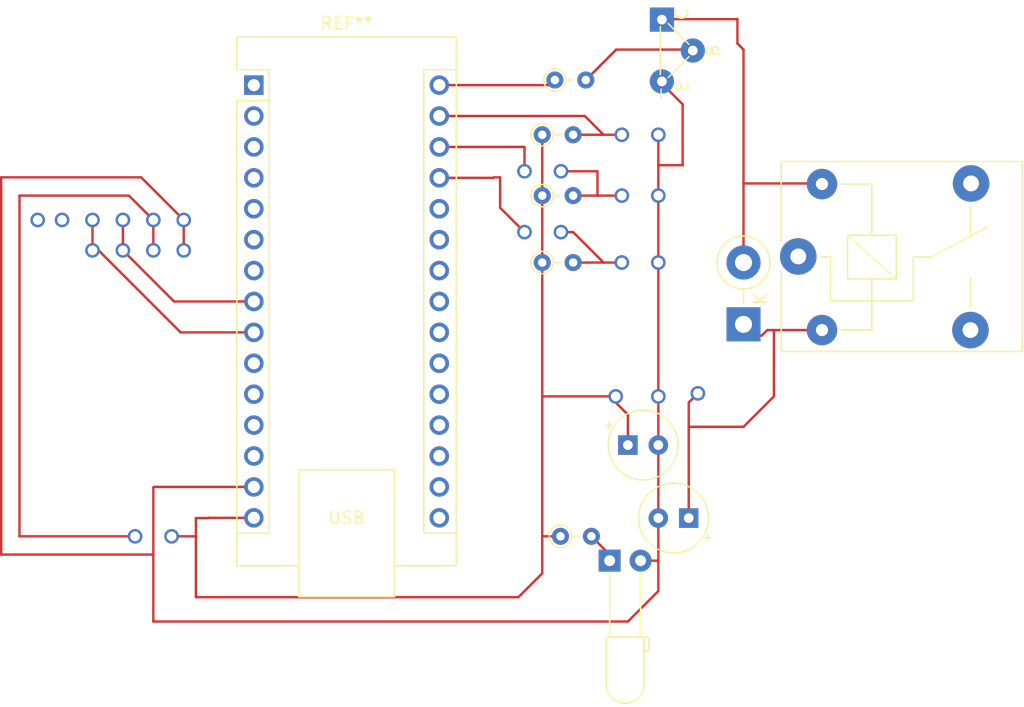
<source format=kicad_pcb>
(kicad_pcb (version 20240108) (generator "pcbnew") (generator_version "8.0")
  (layers (0 "F.Cu" signal) (31 "B.Cu" signal) (34 "B.Paste" user) (35 "F.Paste" user) (36 "B.SilkS" user "B.Silkscreen") (37 "F.SilkS" user "F.Silkscreen") (38 "B.Mask" user) (39 "F.Mask" user) (44 "Edge.Cuts" user))
  (net 0 "")
  (footprint "Resistor_THT:R_Axial_DIN0204_L3.6mm_D1.6mm_P2.54mm_Vertical" (layer "F.Cu") (at 170.46 105)
    (property "Reference" "R" (hide yes))
    (property "Value" "R1")
    (fp_line (start 0.92 0) (end 1.54 0) (stroke (width 0.12)) (layer "F.SilkS"))
    (fp_circle (center 0 0) (end 0.92 0) (stroke (width 0.12)) (fill none) (layer "F.SilkS"))
    (pad "1" thru_hole circle (at 0 0) (size 1.4 1.4) (drill 0.7) (layers "*.Cu" "*.Mask"))
    (pad "2" thru_hole oval (at 2.54 0) (size 1.4 1.4) (drill 0.7) (layers "*.Cu" "*.Mask"))
  )
  (footprint "Diode_THT:D_5W_P5.08mm_Vertical_KathodeUp" (layer "F.Cu") (at 185.5 87.58 90)
    (property "Reference" "REF**" (hide yes))
    (property "Value" "D_5W_P5.08mm_Vertical_KathodeUp" (hide yes))
    (fp_line (start 2.905101 0) (end 1.7 0) (stroke (width 0.12)) (layer "F.SilkS"))
    (fp_circle (center 5.08 0) (end 7.254899 0) (stroke (width 0.12)) (fill none) (layer "F.SilkS"))
    (fp_text user "K" (at 2.1 1.4 270) (layer "F.SilkS"))
    (pad "1" thru_hole rect (at 0 0 90) (size 2.8 2.8) (drill 1.4) (layers "*.Cu" "*.Mask"))
    (pad "2" thru_hole oval (at 5.08 0 90) (size 2.8 2.8) (drill 1.4) (layers "*.Cu" "*.Mask"))
  )
  (footprint "Capacitor_THT:CP_Radial_Tantal_D5.5mm_P2.50mm" (layer "F.Cu") (at 181 103.5 180)
    (property "Reference" "REF**" (hide yes))
    (property "Value" "CP_Radial_Tantal_D5.5mm_P2.50mm" (hide yes))
    (fp_line (start -1.547262 -1.89) (end -1.547262 -1.34) (stroke (width 0.12)) (layer "F.SilkS"))
    (fp_line (start -1.822262 -1.615) (end -1.272262 -1.615) (stroke (width 0.12)) (layer "F.SilkS"))
    (fp_circle (center 1.25 0) (end 4.12 0) (stroke (width 0.12)) (fill none) (layer "F.SilkS"))
    (pad "1" thru_hole rect (at 0 0 180) (size 1.6 1.6) (drill 0.8) (layers "*.Cu" "*.Mask"))
    (pad "2" thru_hole circle (at 2.5 0 180) (size 1.6 1.6) (drill 0.8) (layers "*.Cu" "*.Mask"))
  )
  (footprint "Relay_THT:Relay_SPDT_SANYOU_SRD_Series_Form_C" (layer "F.Cu") (at 190 82)
    (property "Reference" "REF**" (hide yes))
    (property "Value" "Relay_SPDT_SANYOU_SRD_Series_Form_C" (hide yes))
    (fp_line (start -1.4 -7.8) (end -1.4 -1.2) (stroke (width 0.12)) (layer "F.SilkS"))
    (fp_line (start -1.4 -7.8) (end 18.4 -7.8) (stroke (width 0.12)) (layer "F.SilkS"))
    (fp_line (start -1.4 1.2) (end -1.4 7.8) (stroke (width 0.12)) (layer "F.SilkS"))
    (fp_line (start 2.65 0.05) (end 1.85 0.05) (stroke (width 0.12)) (layer "F.SilkS"))
    (fp_line (start 2.65 0.05) (end 2.65 3.65) (stroke (width 0.12)) (layer "F.SilkS"))
    (fp_line (start 3.55 6.05) (end 6.05 6.05) (stroke (width 0.12)) (layer "F.SilkS"))
    (fp_line (start 4.05 -1.75) (end 8.05 -1.75) (stroke (width 0.12)) (layer "F.SilkS"))
    (fp_line (start 4.05 1.85) (end 4.05 -1.75) (stroke (width 0.12)) (layer "F.SilkS"))
    (fp_line (start 6.05 -5.95) (end 3.55 -5.95) (stroke (width 0.12)) (layer "F.SilkS"))
    (fp_line (start 6.05 -5.95) (end 6.05 -1.75) (stroke (width 0.12)) (layer "F.SilkS"))
    (fp_line (start 6.05 1.85) (end 6.05 6.05) (stroke (width 0.12)) (layer "F.SilkS"))
    (fp_line (start 8.05 -1.75) (end 8.05 1.85) (stroke (width 0.12)) (layer "F.SilkS"))
    (fp_line (start 8.05 1.85) (end 4.05 -1.75) (stroke (width 0.12)) (layer "F.SilkS"))
    (fp_line (start 8.05 1.85) (end 4.05 1.85) (stroke (width 0.12)) (layer "F.SilkS"))
    (fp_line (start 9.45 0.05) (end 9.45 3.65) (stroke (width 0.12)) (layer "F.SilkS"))
    (fp_line (start 9.45 0.05) (end 10.95 0.05) (stroke (width 0.12)) (layer "F.SilkS"))
    (fp_line (start 9.45 3.65) (end 2.65 3.65) (stroke (width 0.12)) (layer "F.SilkS"))
    (fp_line (start 10.95 0.05) (end 15.55 -2.45) (stroke (width 0.12)) (layer "F.SilkS"))
    (fp_line (start 14.15 -4.2) (end 14.15 -1.7) (stroke (width 0.12)) (layer "F.SilkS"))
    (fp_line (start 14.15 4.2) (end 14.15 1.75) (stroke (width 0.12)) (layer "F.SilkS"))
    (fp_line (start 18.4 -7.8) (end 18.4 7.8) (stroke (width 0.12)) (layer "F.SilkS"))
    (fp_line (start 18.4 7.8) (end -1.4 7.8) (stroke (width 0.12)) (layer "F.SilkS"))
    (pad "1" thru_hole circle (at 0 0 90) (size 3 3) (drill 1.3) (layers "*.Cu" "*.Mask"))
    (pad "2" thru_hole circle (at 1.95 6.05 90) (size 2.5 2.5) (drill 1) (layers "*.Cu" "*.Mask"))
    (pad "3" thru_hole circle (at 14.15 6.05 90) (size 3 3) (drill 1.3) (layers "*.Cu" "*.Mask"))
    (pad "4" thru_hole circle (at 14.2 -6 90) (size 3 3) (drill 1.3) (layers "*.Cu" "*.Mask"))
    (pad "5" thru_hole circle (at 1.95 -5.95 90) (size 2.5 2.5) (drill 1) (layers "*.Cu" "*.Mask"))
  )
  (footprint "Resistor_THT:R_Axial_DIN0204_L3.6mm_D1.6mm_P2.54mm_Vertical" (layer "F.Cu") (at 168.96 77)
    (property "Reference" "R" (hide yes))
    (property "Value" "R1")
    (fp_line (start 0.92 0) (end 1.54 0) (stroke (width 0.12)) (layer "F.SilkS"))
    (fp_circle (center 0 0) (end 0.92 0) (stroke (width 0.12)) (fill none) (layer "F.SilkS"))
    (pad "1" thru_hole circle (at 0 0) (size 1.4 1.4) (drill 0.7) (layers "*.Cu" "*.Mask"))
    (pad "2" thru_hole oval (at 2.54 0) (size 1.4 1.4) (drill 0.7) (layers "*.Cu" "*.Mask"))
  )
  (footprint "Resistor_THT:R_Axial_DIN0204_L3.6mm_D1.6mm_P2.54mm_Vertical" (layer "F.Cu") (at 168.96 72)
    (property "Reference" "R" (hide yes))
    (property "Value" "R1")
    (fp_line (start 0.92 0) (end 1.54 0) (stroke (width 0.12)) (layer "F.SilkS"))
    (fp_circle (center 0 0) (end 0.92 0) (stroke (width 0.12)) (fill none) (layer "F.SilkS"))
    (pad "1" thru_hole circle (at 0 0) (size 1.4 1.4) (drill 0.7) (layers "*.Cu" "*.Mask"))
    (pad "2" thru_hole oval (at 2.54 0) (size 1.4 1.4) (drill 0.7) (layers "*.Cu" "*.Mask"))
  )
  (footprint "Module:Arduino_Nano" (layer "F.Cu") (at 145.26 67.92)
    (property "Reference" "REF**" (at 7.62 -5.08 0) (layer "F.SilkS"))
    (property "Value" "Arduino_Nano")
    (fp_line (start -1.4 -3.94) (end -1.4 -1.27) (stroke (width 0.12)) (layer "F.SilkS"))
    (fp_line (start -1.4 1.27) (end -1.4 39.5) (stroke (width 0.12)) (layer "F.SilkS"))
    (fp_line (start -1.4 39.5) (end 3.68 39.5) (stroke (width 0.12)) (layer "F.SilkS"))
    (fp_line (start 1.27 -1.27) (end -1.4 -1.27) (stroke (width 0.12)) (layer "F.SilkS"))
    (fp_line (start 1.27 1.27) (end -1.4 1.27) (stroke (width 0.12)) (layer "F.SilkS"))
    (fp_line (start 1.27 1.27) (end 1.27 -1.27) (stroke (width 0.12)) (layer "F.SilkS"))
    (fp_line (start 1.27 1.27) (end 1.27 36.83) (stroke (width 0.12)) (layer "F.SilkS"))
    (fp_line (start 1.27 36.83) (end -1.4 36.83) (stroke (width 0.12)) (layer "F.SilkS"))
    (fp_line (start 3.68 31.62) (end 11.56 31.62) (stroke (width 0.12)) (layer "F.SilkS"))
    (fp_line (start 3.68 42.04) (end 3.68 31.62) (stroke (width 0.12)) (layer "F.SilkS"))
    (fp_line (start 11.56 31.62) (end 11.56 42.04) (stroke (width 0.12)) (layer "F.SilkS"))
    (fp_line (start 11.56 42.04) (end 3.68 42.04) (stroke (width 0.12)) (layer "F.SilkS"))
    (fp_line (start 13.97 -1.27) (end 13.97 36.83) (stroke (width 0.12)) (layer "F.SilkS"))
    (fp_line (start 13.97 -1.27) (end 16.64 -1.27) (stroke (width 0.12)) (layer "F.SilkS"))
    (fp_line (start 13.97 36.83) (end 16.64 36.83) (stroke (width 0.12)) (layer "F.SilkS"))
    (fp_line (start 16.64 -3.94) (end -1.4 -3.94) (stroke (width 0.12)) (layer "F.SilkS"))
    (fp_line (start 16.64 39.5) (end 11.56 39.5) (stroke (width 0.12)) (layer "F.SilkS"))
    (fp_line (start 16.64 39.5) (end 16.64 -3.94) (stroke (width 0.12)) (layer "F.SilkS"))
    (fp_text user "USB" (at 7.62 35.56 0) (layer "F.SilkS"))
    (pad "1" thru_hole rect (at 0 0) (size 1.6 1.6) (drill 1) (layers "*.Cu" "*.Mask"))
    (pad "2" thru_hole oval (at 0 2.54) (size 1.6 1.6) (drill 1) (layers "*.Cu" "*.Mask"))
    (pad "3" thru_hole oval (at 0 5.08) (size 1.6 1.6) (drill 1) (layers "*.Cu" "*.Mask"))
    (pad "4" thru_hole oval (at 0 7.62) (size 1.6 1.6) (drill 1) (layers "*.Cu" "*.Mask"))
    (pad "5" thru_hole oval (at 0 10.16) (size 1.6 1.6) (drill 1) (layers "*.Cu" "*.Mask"))
    (pad "6" thru_hole oval (at 0 12.7) (size 1.6 1.6) (drill 1) (layers "*.Cu" "*.Mask"))
    (pad "7" thru_hole oval (at 0 15.24) (size 1.6 1.6) (drill 1) (layers "*.Cu" "*.Mask"))
    (pad "8" thru_hole oval (at 0 17.78) (size 1.6 1.6) (drill 1) (layers "*.Cu" "*.Mask"))
    (pad "9" thru_hole oval (at 0 20.32) (size 1.6 1.6) (drill 1) (layers "*.Cu" "*.Mask"))
    (pad "10" thru_hole oval (at 0 22.86) (size 1.6 1.6) (drill 1) (layers "*.Cu" "*.Mask"))
    (pad "11" thru_hole oval (at 0 25.4) (size 1.6 1.6) (drill 1) (layers "*.Cu" "*.Mask"))
    (pad "12" thru_hole oval (at 0 27.94) (size 1.6 1.6) (drill 1) (layers "*.Cu" "*.Mask"))
    (pad "13" thru_hole oval (at 0 30.48) (size 1.6 1.6) (drill 1) (layers "*.Cu" "*.Mask"))
    (pad "14" thru_hole oval (at 0 33.02) (size 1.6 1.6) (drill 1) (layers "*.Cu" "*.Mask"))
    (pad "15" thru_hole oval (at 0 35.56) (size 1.6 1.6) (drill 1) (layers "*.Cu" "*.Mask"))
    (pad "16" thru_hole oval (at 15.24 35.56) (size 1.6 1.6) (drill 1) (layers "*.Cu" "*.Mask"))
    (pad "17" thru_hole oval (at 15.24 33.02) (size 1.6 1.6) (drill 1) (layers "*.Cu" "*.Mask"))
    (pad "18" thru_hole oval (at 15.24 30.48) (size 1.6 1.6) (drill 1) (layers "*.Cu" "*.Mask"))
    (pad "19" thru_hole oval (at 15.24 27.94) (size 1.6 1.6) (drill 1) (layers "*.Cu" "*.Mask"))
    (pad "20" thru_hole oval (at 15.24 25.4) (size 1.6 1.6) (drill 1) (layers "*.Cu" "*.Mask"))
    (pad "21" thru_hole oval (at 15.24 22.86) (size 1.6 1.6) (drill 1) (layers "*.Cu" "*.Mask"))
    (pad "22" thru_hole oval (at 15.24 20.32) (size 1.6 1.6) (drill 1) (layers "*.Cu" "*.Mask"))
    (pad "23" thru_hole oval (at 15.24 17.78) (size 1.6 1.6) (drill 1) (layers "*.Cu" "*.Mask"))
    (pad "24" thru_hole oval (at 15.24 15.24) (size 1.6 1.6) (drill 1) (layers "*.Cu" "*.Mask"))
    (pad "25" thru_hole oval (at 15.24 12.7) (size 1.6 1.6) (drill 1) (layers "*.Cu" "*.Mask"))
    (pad "26" thru_hole oval (at 15.24 10.16) (size 1.6 1.6) (drill 1) (layers "*.Cu" "*.Mask"))
    (pad "27" thru_hole oval (at 15.24 7.62) (size 1.6 1.6) (drill 1) (layers "*.Cu" "*.Mask"))
    (pad "28" thru_hole oval (at 15.24 5.08) (size 1.6 1.6) (drill 1) (layers "*.Cu" "*.Mask"))
    (pad "29" thru_hole oval (at 15.24 2.54) (size 1.6 1.6) (drill 1) (layers "*.Cu" "*.Mask"))
    (pad "30" thru_hole oval (at 15.24 0) (size 1.6 1.6) (drill 1) (layers "*.Cu" "*.Mask"))
  )
  (footprint "Capacitor_THT:CP_Radial_Tantal_D5.5mm_P2.50mm" (layer "F.Cu") (at 176 97.5)
    (property "Reference" "REF**" (hide yes))
    (property "Value" "CP_Radial_Tantal_D5.5mm_P2.50mm" (hide yes))
    (fp_line (start -1.822262 -1.615) (end -1.272262 -1.615) (stroke (width 0.12)) (layer "F.SilkS"))
    (fp_line (start -1.547262 -1.89) (end -1.547262 -1.34) (stroke (width 0.12)) (layer "F.SilkS"))
    (fp_circle (center 1.25 0) (end 4.12 0) (stroke (width 0.12)) (fill none) (layer "F.SilkS"))
    (pad "1" thru_hole rect (at 0 0) (size 1.6 1.6) (drill 0.8) (layers "*.Cu" "*.Mask"))
    (pad "2" thru_hole circle (at 2.5 0) (size 1.6 1.6) (drill 0.8) (layers "*.Cu" "*.Mask"))
  )
  (footprint "Resistor_THT:R_Axial_DIN0204_L3.6mm_D1.6mm_P2.54mm_Vertical" (layer "F.Cu") (at 168.96 82.5)
    (property "Reference" "R" (hide yes))
    (property "Value" "R1")
    (fp_line (start 0.92 0) (end 1.54 0) (stroke (width 0.12)) (layer "F.SilkS"))
    (fp_circle (center 0 0) (end 0.92 0) (stroke (width 0.12)) (fill none) (layer "F.SilkS"))
    (pad "1" thru_hole circle (at 0 0) (size 1.4 1.4) (drill 0.7) (layers "*.Cu" "*.Mask"))
    (pad "2" thru_hole oval (at 2.54 0) (size 1.4 1.4) (drill 0.7) (layers "*.Cu" "*.Mask"))
  )
  (footprint "Resistor_THT:R_Axial_DIN0204_L3.6mm_D1.6mm_P2.54mm_Vertical" (layer "F.Cu") (at 170 67.5)
    (property "Reference" "R" (hide yes))
    (property "Value" "R1")
    (fp_line (start 0.92 0) (end 1.54 0) (stroke (width 0.12)) (layer "F.SilkS"))
    (fp_circle (center 0 0) (end 0.92 0) (stroke (width 0.12)) (fill none) (layer "F.SilkS"))
    (pad "1" thru_hole circle (at 0 0) (size 1.4 1.4) (drill 0.7) (layers "*.Cu" "*.Mask"))
    (pad "2" thru_hole oval (at 2.54 0) (size 1.4 1.4) (drill 0.7) (layers "*.Cu" "*.Mask"))
  )
  (footprint "LED_THT:LED_D3.0mm_Horizontal_O6.35mm_Z6.0mm" (layer "F.Cu") (at 174.5 107)
    (property "Reference" "REF**" (hide yes))
    (property "Value" "LED_D3.0mm_Horizontal_O6.35mm_Z6.0mm" (hide yes))
    (fp_line (start -0.29 6.29) (end -0.29 10.15) (stroke (width 0.12)) (layer "F.SilkS"))
    (fp_line (start -0.29 6.29) (end 2.83 6.29) (stroke (width 0.12)) (layer "F.SilkS"))
    (fp_line (start 0 1.08) (end 0 1.08) (stroke (width 0.12)) (layer "F.SilkS"))
    (fp_line (start 0 1.08) (end 0 6.29) (stroke (width 0.12)) (layer "F.SilkS"))
    (fp_line (start 0 6.29) (end 0 1.08) (stroke (width 0.12)) (layer "F.SilkS"))
    (fp_line (start 0 6.29) (end 0 6.29) (stroke (width 0.12)) (layer "F.SilkS"))
    (fp_line (start 2.54 1.08) (end 2.54 1.08) (stroke (width 0.12)) (layer "F.SilkS"))
    (fp_line (start 2.54 1.08) (end 2.54 6.29) (stroke (width 0.12)) (layer "F.SilkS"))
    (fp_line (start 2.54 6.29) (end 2.54 1.08) (stroke (width 0.12)) (layer "F.SilkS"))
    (fp_line (start 2.54 6.29) (end 2.54 6.29) (stroke (width 0.12)) (layer "F.SilkS"))
    (fp_line (start 2.83 6.29) (end 2.83 10.15) (stroke (width 0.12)) (layer "F.SilkS"))
    (fp_line (start 2.83 6.29) (end 3.23 6.29) (stroke (width 0.12)) (layer "F.SilkS"))
    (fp_line (start 2.83 7.41) (end 2.83 6.29) (stroke (width 0.12)) (layer "F.SilkS"))
    (fp_line (start 3.23 6.29) (end 3.23 7.41) (stroke (width 0.12)) (layer "F.SilkS"))
    (fp_line (start 3.23 7.41) (end 2.83 7.41) (stroke (width 0.12)) (layer "F.SilkS"))
    (fp_arc (start 2.83 10.15) (mid 1.27 11.71) (end -0.29 10.15) (stroke (width 0.12)) (layer "F.SilkS"))
    (pad "1" thru_hole rect (at 0 0) (size 1.8 1.8) (drill 0.9) (layers "*.Cu" "*.Mask"))
    (pad "2" thru_hole circle (at 2.54 0) (size 1.8 1.8) (drill 0.9) (layers "*.Cu" "*.Mask"))
  )
  (footprint "PCM_Package_TO_SOT_THT_AKL_OneLayer:Transistor_Universal_CBE" (layer "F.Cu") (at 178.7935 62.53775 -90)
    (property "Reference" "REF**" (hide yes))
    (property "Value" "Transistor_Universal_CBE" (hide yes))
    (fp_line (start 4.5085 0.127) (end 0.5715 0.127) (stroke (width 0.12)) (layer "F.SilkS"))
    (fp_line (start 5.715 0.0635) (end 6.477 0.0635) (stroke (width 0.12)) (layer "F.SilkS"))
    (fp_line (start 0.3175 -0.508) (end 2.032 -2.2225) (stroke (width 0.12)) (layer "F.SilkS"))
    (fp_line (start 3.048 -2.2225) (end 4.7625 -0.508) (stroke (width 0.12)) (layer "F.SilkS"))
    (fp_text user "B" (at 2.54 -4.191 90) (layer "F.SilkS"))
    (fp_text user "C" (at -0.4445 -1.651 90) (layer "F.SilkS"))
    (fp_text user "E" (at 5.461 -1.651 90) (layer "F.SilkS"))
    (pad "" np_thru_hole oval (at 0 0 270) (size 0.8 0.8) (drill 0.8) (layers "F&B.Cu" "*.Mask"))
    (pad "" np_thru_hole oval (at 2.54 -2.54 270) (size 0.8 0.8) (drill 0.8) (layers "F&B.Cu" "*.Mask"))
    (pad "" np_thru_hole oval (at 5.08 0 270) (size 0.8 0.8) (drill 0.8) (layers "F&B.Cu" "*.Mask"))
    (pad "1" smd rect (at 0 0) (size 2 2) (layers "B.Cu" "B.Mask"))
    (pad "2" smd circle (at 2.54 -2.54) (size 2 2) (layers "B.Cu" "B.Mask"))
    (pad "3" smd circle (at 5.08 0) (size 2 2) (layers "B.Cu" "B.Mask"))
  )
  (segment (start 174 82.5) (end 171.5 82.5) (width 0.2) (layer "F.Cu") (net 0))
  (segment (start 141.5 103.5) (end 141.52 103.48) (width 0.2) (layer "F.Cu") (net 0))
  (segment (start 168.96 82.5) (end 168.96 93.5) (width 0.2) (layer "F.Cu") (net 0))
  (segment (start 185.5 96) (end 181 96) (width 0.2) (layer "F.Cu") (net 0))
  (segment (start 140.5 110) (end 140.5 105) (width 0.2) (layer "F.Cu") (net 0))
  (segment (start 168.96 72) (end 168.96 72.46) (width 0.2) (layer "F.Cu") (net 0))
  (segment (start 175 93.5) (end 175 94) (width 0.2) (layer "F.Cu") (net 0))
  (segment (start 132 79) (end 132 81.5) (width 0.2) (layer "F.Cu") (net 0))
  (segment (start 168.96 72.46) (end 169 72.5) (width 0.2) (layer "F.Cu") (net 0))
  (segment (start 180.5 74.5) (end 178.5 74.5) (width 0.2) (layer "F.Cu") (net 0))
  (segment (start 181 94) (end 181 96) (width 0.2) (layer "F.Cu") (net 0))
  (segment (start 173.5 77) (end 171.5 77) (width 0.2) (layer "F.Cu") (net 0))
  (segment (start 167.5 75) (end 167.5 73) (width 0.2) (layer "F.Cu") (net 0))
  (segment (start 173 105) (end 174.5 106.5) (width 0.2) (layer "F.Cu") (net 0))
  (segment (start 137 101) (end 137.06 100.94) (width 0.2) (layer "F.Cu") (net 0))
  (segment (start 185 64.5) (end 185.5 65) (width 0.2) (layer "F.Cu") (net 0))
  (segment (start 176 95) (end 176 97.5) (width 0.2) (layer "F.Cu") (net 0))
  (segment (start 178.5 109.5) (end 176 112) (width 0.2) (layer "F.Cu") (net 0))
  (segment (start 132 81.5) (end 132.5 81.5) (width 0.2) (layer "F.Cu") (net 0))
  (segment (start 177.04 107) (end 178.5 107) (width 0.2) (layer "F.Cu") (net 0))
  (segment (start 168.96 108.04) (end 167 110) (width 0.2) (layer "F.Cu") (net 0))
  (segment (start 169.58 67.92) (end 170 67.5) (width 0.2) (layer "F.Cu") (net 0))
  (segment (start 185.5 65) (end 185.5 76) (width 0.2) (layer "F.Cu") (net 0))
  (segment (start 185.5 88) (end 186 88.5) (width 0.2) (layer "F.Cu") (net 0))
  (segment (start 169 72.5) (end 168.96 72.54) (width 0.2) (layer "F.Cu") (net 0))
  (segment (start 173.5 77) (end 173.5 75) (width 0.2) (layer "F.Cu") (net 0))
  (segment (start 171.5 80) (end 170.5 80) (width 0.2) (layer "F.Cu") (net 0))
  (segment (start 137.06 100.94) (end 145.26 100.94) (width 0.2) (layer "F.Cu") (net 0))
  (segment (start 138.7 85.7) (end 134.5 81.5) (width 0.2) (layer "F.Cu") (net 0))
  (segment (start 167 110) (end 140.5 110) (width 0.2) (layer "F.Cu") (net 0))
  (segment (start 181 96) (end 181 103.5) (width 0.2) (layer "F.Cu") (net 0))
  (segment (start 191.9 76) (end 185.5 76) (width 0.2) (layer "F.Cu") (net 0))
  (segment (start 178.5 82.5) (end 178.5 107) (width 0.2) (layer "F.Cu") (net 0))
  (segment (start 173.5 75) (end 170.5 75) (width 0.2) (layer "F.Cu") (net 0))
  (segment (start 170.46 105) (end 170.5 105) (width 0.2) (layer "F.Cu") (net 0))
  (segment (start 140.5 105) (end 140.5 103.5) (width 0.2) (layer "F.Cu") (net 0))
  (segment (start 174 72) (end 172.46 70.46) (width 0.2) (layer "F.Cu") (net 0))
  (segment (start 188 88.05) (end 191.95 88.05) (width 0.2) (layer "F.Cu") (net 0))
  (segment (start 164.96 75.54) (end 160.5 75.54) (width 0.2) (layer "F.Cu") (net 0))
  (segment (start 137 106.5) (end 137 101) (width 0.2) (layer "F.Cu") (net 0))
  (segment (start 175.5 77) (end 173.5 77) (width 0.2) (layer "F.Cu") (net 0))
  (segment (start 175.5 82.5) (end 174 82.5) (width 0.2) (layer "F.Cu") (net 0))
  (segment (start 132.5 81.5) (end 139.24 88.24) (width 0.2) (layer "F.Cu") (net 0))
  (segment (start 181.75 93.25) (end 181 94) (width 0.2) (layer "F.Cu") (net 0))
  (segment (start 168.96 77) (end 168.96 82.5) (width 0.2) (layer "F.Cu") (net 0))
  (segment (start 126 77) (end 126 105) (width 0.2) (layer "F.Cu") (net 0))
  (segment (start 174 72) (end 171.5 72) (width 0.2) (layer "F.Cu") (net 0))
  (segment (start 137 81.5) (end 137 79) (width 0.2) (layer "F.Cu") (net 0))
  (segment (start 137 79) (end 135 77) (width 0.2) (layer "F.Cu") (net 0))
  (segment (start 186 88.5) (end 187 88.5) (width 0.2) (layer "F.Cu") (net 0))
  (segment (start 188 93.5) (end 185.5 96) (width 0.2) (layer "F.Cu") (net 0))
  (segment (start 170.46 105) (end 168.96 105) (width 0.2) (layer "F.Cu") (net 0))
  (segment (start 141.52 103.48) (end 145.26 103.48) (width 0.2) (layer "F.Cu") (net 0))
  (segment (start 185 62.5) (end 185 64.5) (width 0.2) (layer "F.Cu") (net 0))
  (segment (start 165.5 75.5) (end 165 75.5) (width 0.2) (layer "F.Cu") (net 0))
  (segment (start 176 112) (end 137 112) (width 0.2) (layer "F.Cu") (net 0))
  (segment (start 145.26 85.7) (end 138.7 85.7) (width 0.2) (layer "F.Cu") (net 0))
  (segment (start 168.96 105) (end 168.96 108.04) (width 0.2) (layer "F.Cu") (net 0))
  (segment (start 139.5 79) (end 136 75.5) (width 0.2) (layer "F.Cu") (net 0))
  (segment (start 139.5 81.5) (end 139.5 79) (width 0.2) (layer "F.Cu") (net 0))
  (segment (start 178.5 72) (end 178.5 74.5) (width 0.2) (layer "F.Cu") (net 0))
  (segment (start 180.5 69.5) (end 180.5 74.5) (width 0.2) (layer "F.Cu") (net 0))
  (segment (start 187 88.5) (end 187.45 88.05) (width 0.2) (layer "F.Cu") (net 0))
  (segment (start 140.5 103.5) (end 141.5 103.5) (width 0.2) (layer "F.Cu") (net 0))
  (segment (start 185.5 76) (end 185.5 82.5) (width 0.2) (layer "F.Cu") (net 0))
  (segment (start 187.45 88.05) (end 188 88.05) (width 0.2) (layer "F.Cu") (net 0))
  (segment (start 188 88.05) (end 188 93.5) (width 0.2) (layer "F.Cu") (net 0))
  (segment (start 167.5 80) (end 165.5 78) (width 0.2) (layer "F.Cu") (net 0))
  (segment (start 175 94) (end 176 95) (width 0.2) (layer "F.Cu") (net 0))
  (segment (start 134.5 79) (end 134.5 81.5) (width 0.2) (layer "F.Cu") (net 0))
  (segment (start 178.5 107) (end 178.5 109.5) (width 0.2) (layer "F.Cu") (net 0))
  (segment (start 139.24 88.24) (end 145.26 88.24) (width 0.2) (layer "F.Cu") (net 0))
  (segment (start 181.5 65) (end 175.04 65) (width 0.2) (layer "F.Cu") (net 0))
  (segment (start 124.5 75.5) (end 124.5 106.5) (width 0.2) (layer "F.Cu") (net 0))
  (segment (start 179 62.5) (end 185 62.5) (width 0.2) (layer "F.Cu") (net 0))
  (segment (start 138.5 105) (end 140.5 105) (width 0.2) (layer "F.Cu") (net 0))
  (segment (start 167.5 73) (end 160.5 73) (width 0.2) (layer "F.Cu") (net 0))
  (segment (start 191.95 76.05) (end 191.9 76) (width 0.2) (layer "F.Cu") (net 0))
  (segment (start 168.96 72.54) (end 168.96 77) (width 0.2) (layer "F.Cu") (net 0))
  (segment (start 135 77) (end 126 77) (width 0.2) (layer "F.Cu") (net 0))
  (segment (start 165 75.5) (end 164.96 75.54) (width 0.2) (layer "F.Cu") (net 0))
  (segment (start 160.5 67.92) (end 169.58 67.92) (width 0.2) (layer "F.Cu") (net 0))
  (segment (start 136 75.5) (end 124.5 75.5) (width 0.2) (layer "F.Cu") (net 0))
  (segment (start 178.5 77) (end 178.5 82.5) (width 0.2) (layer "F.Cu") (net 0))
  (segment (start 178.5 74.5) (end 178.5 77) (width 0.2) (layer "F.Cu") (net 0))
  (segment (start 175 93.5) (end 168.96 93.5) (width 0.2) (layer "F.Cu") (net 0))
  (segment (start 174.5 106.5) (end 174.5 107) (width 0.2) (layer "F.Cu") (net 0))
  (segment (start 124.5 106.5) (end 137 106.5) (width 0.2) (layer "F.Cu") (net 0))
  (segment (start 175.5 72) (end 174 72) (width 0.2) (layer "F.Cu") (net 0))
  (segment (start 165.5 78) (end 165.5 75.5) (width 0.2) (layer "F.Cu") (net 0))
  (segment (start 168.96 93.5) (end 168.96 105) (width 0.2) (layer "F.Cu") (net 0))
  (segment (start 179 68) (end 180.5 69.5) (width 0.2) (layer "F.Cu") (net 0))
  (segment (start 137 112) (end 137 106.5) (width 0.2) (layer "F.Cu") (net 0))
  (segment (start 175.04 65) (end 172.54 67.5) (width 0.2) (layer "F.Cu") (net 0))
  (segment (start 172.46 70.46) (end 160.5 70.46) (width 0.2) (layer "F.Cu") (net 0))
  (segment (start 174 82.5) (end 171.5 80) (width 0.2) (layer "F.Cu") (net 0))
  (segment (start 126 105) (end 135.5 105) (width 0.2) (layer "F.Cu") (net 0))
  (via (at 132 79) (size 1.2) (drill 0.8) (layers "F.Cu" "B.Cu") (net 0))
  (via (at 175.5 77) (size 1.2) (drill 0.8) (layers "F.Cu" "B.Cu") (net 0))
  (via (at 137 79) (size 1.2) (drill 0.8) (layers "F.Cu" "B.Cu") (net 0))
  (via (at 178.5 77) (size 1.2) (drill 0.8) (layers "F.Cu" "B.Cu") (net 0))
  (via (at 139.5 79) (size 1.2) (drill 0.8) (layers "F.Cu" "B.Cu") (net 0))
  (via (at 134.5 79) (size 1.2) (drill 0.8) (layers "F.Cu" "B.Cu") (net 0))
  (via (at 137 81.5) (size 1.2) (drill 0.8) (layers "F.Cu" "B.Cu") (net 0))
  (via (at 178.5 82.5) (size 1.2) (drill 0.8) (layers "F.Cu" "B.Cu") (net 0))
  (via (at 175.5 72) (size 1.2) (drill 0.8) (layers "F.Cu" "B.Cu") (net 0))
  (via (at 175.5 82.5) (size 1.2) (drill 0.8) (layers "F.Cu" "B.Cu") (net 0))
  (via (at 181.75 93.25) (size 1.2) (drill 0.8) (layers "F.Cu" "B.Cu") (net 0))
  (via (at 129.5 79) (size 1.2) (drill 0.8) (layers "F.Cu" "B.Cu") (net 0))
  (via (at 134.5 81.5) (size 1.2) (drill 0.8) (layers "F.Cu" "B.Cu") (net 0))
  (via (at 135.5 105) (size 1.2) (drill 0.8) (layers "F.Cu" "B.Cu") (net 0))
  (via (at 170.5 80) (size 1.2) (drill 0.8) (layers "F.Cu" "B.Cu") (net 0))
  (via (at 132 81.5) (size 1.2) (drill 0.8) (layers "F.Cu" "B.Cu") (net 0))
  (via (at 138.5 105) (size 1.2) (drill 0.8) (layers "F.Cu" "B.Cu") (net 0))
  (via (at 175 93.5) (size 1.2) (drill 0.8) (layers "F.Cu" "B.Cu") (net 0))
  (via (at 139.5 81.5) (size 1.2) (drill 0.8) (layers "F.Cu" "B.Cu") (net 0))
  (via (at 170.5 75) (size 1.2) (drill 0.8) (layers "F.Cu" "B.Cu") (net 0))
  (via (at 127.5 79) (size 1.2) (drill 0.8) (layers "F.Cu" "B.Cu") (net 0))
  (via (at 167.5 75) (size 1.2) (drill 0.8) (layers "F.Cu" "B.Cu") (net 0))
  (via (at 178.5 93.5) (size 1.2) (drill 0.8) (layers "F.Cu" "B.Cu") (net 0))
  (via (at 167.5 80) (size 1.2) (drill 0.8) (layers "F.Cu" "B.Cu") (net 0))
  (via (at 178.5 72) (size 1.2) (drill 0.8) (layers "F.Cu" "B.Cu") (net 0))
)
</source>
